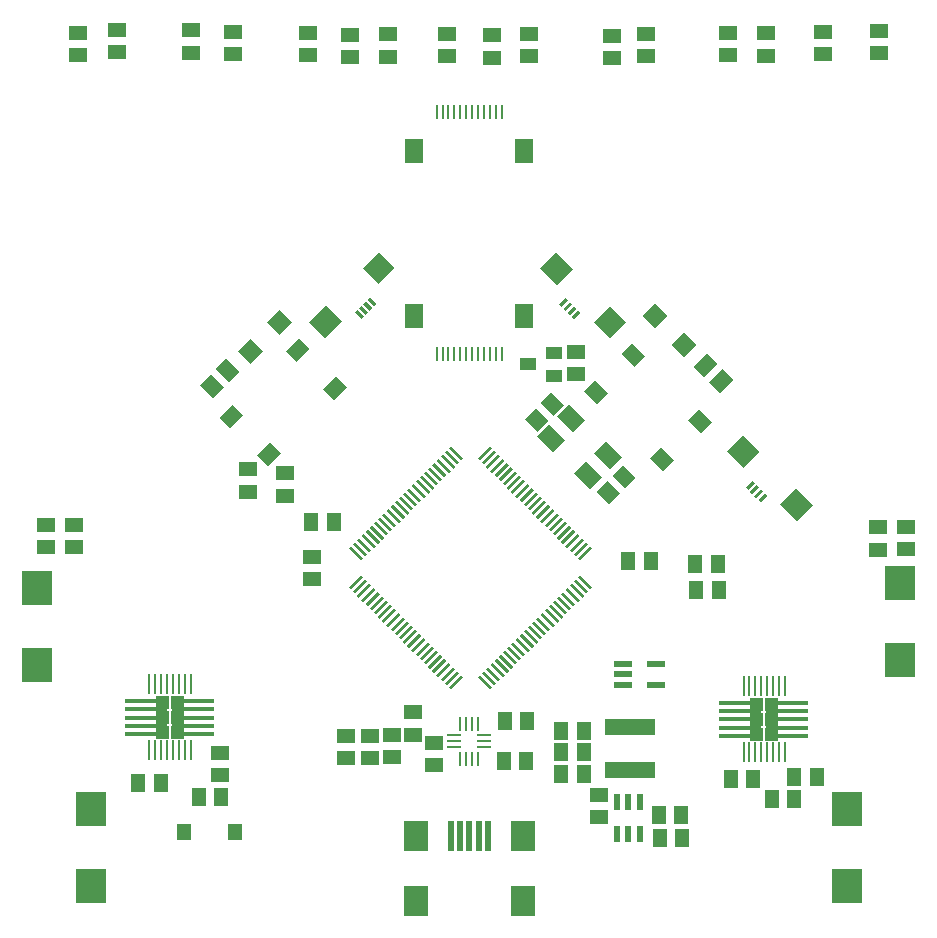
<source format=gbr>
G04 EAGLE Gerber RS-274X export*
G75*
%MOMM*%
%FSLAX34Y34*%
%LPD*%
%INSolderpaste Top*%
%IPPOS*%
%AMOC8*
5,1,8,0,0,1.08239X$1,22.5*%
G01*
%ADD10R,1.500000X1.300000*%
%ADD11R,1.300000X1.500000*%
%ADD12R,1.500000X1.500000*%
%ADD13R,1.900000X1.400000*%
%ADD14R,1.400000X1.000000*%
%ADD15R,1.600000X1.300000*%
%ADD16R,1.300000X1.600000*%
%ADD17R,1.550000X1.300000*%
%ADD18R,0.254000X1.473200*%
%ADD19R,0.254000X1.778000*%
%ADD20R,3.556000X0.304800*%
%ADD21R,0.550000X1.350000*%
%ADD22R,4.200000X1.400000*%
%ADD23R,0.250000X1.250000*%
%ADD24R,1.250000X0.250000*%
%ADD25R,1.500000X0.500000*%
%ADD26R,0.500000X2.500000*%
%ADD27R,2.000000X2.500000*%
%ADD28R,1.650000X2.050000*%
%ADD29R,0.300000X0.800000*%
%ADD30R,2.000000X1.900000*%
%ADD31R,2.500000X2.900000*%
%ADD32R,1.270000X1.470000*%

G36*
X245790Y177311D02*
X245790Y177311D01*
X245792Y177310D01*
X245835Y177330D01*
X245879Y177348D01*
X245879Y177350D01*
X245881Y177351D01*
X245914Y177436D01*
X245914Y188136D01*
X245913Y188138D01*
X245914Y188140D01*
X245894Y188183D01*
X245876Y188227D01*
X245874Y188227D01*
X245873Y188229D01*
X245788Y188262D01*
X235088Y188262D01*
X235086Y188261D01*
X235084Y188262D01*
X235041Y188242D01*
X234997Y188224D01*
X234997Y188222D01*
X234995Y188221D01*
X234962Y188136D01*
X234962Y177436D01*
X234963Y177434D01*
X234962Y177432D01*
X234982Y177389D01*
X235000Y177345D01*
X235002Y177345D01*
X235003Y177343D01*
X235088Y177310D01*
X245788Y177310D01*
X245790Y177311D01*
G37*
G36*
X258579Y177348D02*
X258579Y177348D01*
X258579Y177350D01*
X258581Y177351D01*
X258614Y177436D01*
X258614Y188136D01*
X258613Y188138D01*
X258614Y188140D01*
X258594Y188183D01*
X258576Y188227D01*
X258574Y188227D01*
X258573Y188229D01*
X258488Y188262D01*
X247788Y188262D01*
X247786Y188261D01*
X247784Y188262D01*
X247741Y188242D01*
X247697Y188224D01*
X247697Y188222D01*
X247695Y188221D01*
X247662Y188136D01*
X247662Y177436D01*
X247663Y177434D01*
X247662Y177432D01*
X247682Y177389D01*
X247700Y177345D01*
X247702Y177345D01*
X247703Y177343D01*
X247788Y177310D01*
X258488Y177310D01*
X258490Y177311D01*
X258492Y177310D01*
X258535Y177330D01*
X258579Y177348D01*
G37*
G36*
X748896Y175787D02*
X748896Y175787D01*
X748898Y175786D01*
X748941Y175806D01*
X748985Y175824D01*
X748985Y175826D01*
X748987Y175827D01*
X749020Y175912D01*
X749020Y186612D01*
X749019Y186614D01*
X749020Y186616D01*
X749000Y186659D01*
X748982Y186703D01*
X748980Y186703D01*
X748979Y186705D01*
X748894Y186738D01*
X738194Y186738D01*
X738192Y186737D01*
X738190Y186738D01*
X738147Y186718D01*
X738103Y186700D01*
X738103Y186698D01*
X738101Y186697D01*
X738068Y186612D01*
X738068Y175912D01*
X738069Y175910D01*
X738068Y175908D01*
X738088Y175865D01*
X738106Y175821D01*
X738108Y175821D01*
X738109Y175819D01*
X738194Y175786D01*
X748894Y175786D01*
X748896Y175787D01*
G37*
G36*
X761596Y175787D02*
X761596Y175787D01*
X761598Y175786D01*
X761641Y175806D01*
X761685Y175824D01*
X761685Y175826D01*
X761687Y175827D01*
X761720Y175912D01*
X761720Y186612D01*
X761719Y186614D01*
X761720Y186616D01*
X761700Y186659D01*
X761682Y186703D01*
X761680Y186703D01*
X761679Y186705D01*
X761594Y186738D01*
X750894Y186738D01*
X750892Y186737D01*
X750890Y186738D01*
X750847Y186718D01*
X750803Y186700D01*
X750803Y186698D01*
X750801Y186697D01*
X750768Y186612D01*
X750768Y175912D01*
X750769Y175910D01*
X750768Y175908D01*
X750788Y175865D01*
X750806Y175821D01*
X750808Y175821D01*
X750809Y175819D01*
X750894Y175786D01*
X761594Y175786D01*
X761596Y175787D01*
G37*
G36*
X258490Y164611D02*
X258490Y164611D01*
X258492Y164610D01*
X258535Y164630D01*
X258579Y164648D01*
X258579Y164650D01*
X258581Y164651D01*
X258614Y164736D01*
X258614Y175436D01*
X258613Y175438D01*
X258614Y175440D01*
X258594Y175483D01*
X258576Y175527D01*
X258574Y175527D01*
X258573Y175529D01*
X258488Y175562D01*
X247788Y175562D01*
X247786Y175561D01*
X247784Y175562D01*
X247741Y175542D01*
X247697Y175524D01*
X247697Y175522D01*
X247695Y175521D01*
X247662Y175436D01*
X247662Y164736D01*
X247663Y164734D01*
X247662Y164732D01*
X247682Y164689D01*
X247700Y164645D01*
X247702Y164645D01*
X247703Y164643D01*
X247788Y164610D01*
X258488Y164610D01*
X258490Y164611D01*
G37*
G36*
X245790Y164611D02*
X245790Y164611D01*
X245792Y164610D01*
X245835Y164630D01*
X245879Y164648D01*
X245879Y164650D01*
X245881Y164651D01*
X245914Y164736D01*
X245914Y175436D01*
X245913Y175438D01*
X245914Y175440D01*
X245894Y175483D01*
X245876Y175527D01*
X245874Y175527D01*
X245873Y175529D01*
X245788Y175562D01*
X235088Y175562D01*
X235086Y175561D01*
X235084Y175562D01*
X235041Y175542D01*
X234997Y175524D01*
X234997Y175522D01*
X234995Y175521D01*
X234962Y175436D01*
X234962Y164736D01*
X234963Y164734D01*
X234962Y164732D01*
X234982Y164689D01*
X235000Y164645D01*
X235002Y164645D01*
X235003Y164643D01*
X235088Y164610D01*
X245788Y164610D01*
X245790Y164611D01*
G37*
G36*
X761596Y163087D02*
X761596Y163087D01*
X761598Y163086D01*
X761641Y163106D01*
X761685Y163124D01*
X761685Y163126D01*
X761687Y163127D01*
X761720Y163212D01*
X761720Y173912D01*
X761719Y173914D01*
X761720Y173916D01*
X761700Y173959D01*
X761682Y174003D01*
X761680Y174003D01*
X761679Y174005D01*
X761594Y174038D01*
X750894Y174038D01*
X750892Y174037D01*
X750890Y174038D01*
X750847Y174018D01*
X750803Y174000D01*
X750803Y173998D01*
X750801Y173997D01*
X750768Y173912D01*
X750768Y163212D01*
X750769Y163210D01*
X750768Y163208D01*
X750788Y163165D01*
X750806Y163121D01*
X750808Y163121D01*
X750809Y163119D01*
X750894Y163086D01*
X761594Y163086D01*
X761596Y163087D01*
G37*
G36*
X748896Y163087D02*
X748896Y163087D01*
X748898Y163086D01*
X748941Y163106D01*
X748985Y163124D01*
X748985Y163126D01*
X748987Y163127D01*
X749020Y163212D01*
X749020Y173912D01*
X749019Y173914D01*
X749020Y173916D01*
X749000Y173959D01*
X748982Y174003D01*
X748980Y174003D01*
X748979Y174005D01*
X748894Y174038D01*
X738194Y174038D01*
X738192Y174037D01*
X738190Y174038D01*
X738147Y174018D01*
X738103Y174000D01*
X738103Y173998D01*
X738101Y173997D01*
X738068Y173912D01*
X738068Y163212D01*
X738069Y163210D01*
X738068Y163208D01*
X738088Y163165D01*
X738106Y163121D01*
X738108Y163121D01*
X738109Y163119D01*
X738194Y163086D01*
X748894Y163086D01*
X748896Y163087D01*
G37*
G36*
X245790Y151911D02*
X245790Y151911D01*
X245792Y151910D01*
X245835Y151930D01*
X245879Y151948D01*
X245879Y151950D01*
X245881Y151951D01*
X245914Y152036D01*
X245914Y162736D01*
X245913Y162738D01*
X245914Y162740D01*
X245894Y162783D01*
X245876Y162827D01*
X245874Y162827D01*
X245873Y162829D01*
X245788Y162862D01*
X235088Y162862D01*
X235086Y162861D01*
X235084Y162862D01*
X235041Y162842D01*
X234997Y162824D01*
X234997Y162822D01*
X234995Y162821D01*
X234962Y162736D01*
X234962Y152036D01*
X234963Y152034D01*
X234962Y152032D01*
X234982Y151989D01*
X235000Y151945D01*
X235002Y151945D01*
X235003Y151943D01*
X235088Y151910D01*
X245788Y151910D01*
X245790Y151911D01*
G37*
G36*
X258490Y151911D02*
X258490Y151911D01*
X258492Y151910D01*
X258535Y151930D01*
X258579Y151948D01*
X258579Y151950D01*
X258581Y151951D01*
X258614Y152036D01*
X258614Y162736D01*
X258613Y162738D01*
X258614Y162740D01*
X258594Y162783D01*
X258576Y162827D01*
X258574Y162827D01*
X258573Y162829D01*
X258488Y162862D01*
X247788Y162862D01*
X247786Y162861D01*
X247784Y162862D01*
X247741Y162842D01*
X247697Y162824D01*
X247697Y162822D01*
X247695Y162821D01*
X247662Y162736D01*
X247662Y152036D01*
X247663Y152034D01*
X247662Y152032D01*
X247682Y151989D01*
X247700Y151945D01*
X247702Y151945D01*
X247703Y151943D01*
X247788Y151910D01*
X258488Y151910D01*
X258490Y151911D01*
G37*
G36*
X748896Y150387D02*
X748896Y150387D01*
X748898Y150386D01*
X748941Y150406D01*
X748985Y150424D01*
X748985Y150426D01*
X748987Y150427D01*
X749020Y150512D01*
X749020Y161212D01*
X749019Y161214D01*
X749020Y161216D01*
X749000Y161259D01*
X748982Y161303D01*
X748980Y161303D01*
X748979Y161305D01*
X748894Y161338D01*
X738194Y161338D01*
X738192Y161337D01*
X738190Y161338D01*
X738147Y161318D01*
X738103Y161300D01*
X738103Y161298D01*
X738101Y161297D01*
X738068Y161212D01*
X738068Y150512D01*
X738069Y150510D01*
X738068Y150508D01*
X738088Y150465D01*
X738106Y150421D01*
X738108Y150421D01*
X738109Y150419D01*
X738194Y150386D01*
X748894Y150386D01*
X748896Y150387D01*
G37*
G36*
X761596Y150387D02*
X761596Y150387D01*
X761598Y150386D01*
X761641Y150406D01*
X761685Y150424D01*
X761685Y150426D01*
X761687Y150427D01*
X761720Y150512D01*
X761720Y161212D01*
X761719Y161214D01*
X761720Y161216D01*
X761700Y161259D01*
X761682Y161303D01*
X761680Y161303D01*
X761679Y161305D01*
X761594Y161338D01*
X750894Y161338D01*
X750892Y161337D01*
X750890Y161338D01*
X750847Y161318D01*
X750803Y161300D01*
X750803Y161298D01*
X750801Y161297D01*
X750768Y161212D01*
X750768Y150512D01*
X750769Y150510D01*
X750768Y150508D01*
X750788Y150465D01*
X750806Y150421D01*
X750808Y150421D01*
X750809Y150419D01*
X750894Y150386D01*
X761594Y150386D01*
X761596Y150387D01*
G37*
D10*
X435046Y136472D03*
X435046Y155472D03*
X452594Y174572D03*
X452594Y155572D03*
D11*
G36*
X566873Y421431D02*
X557681Y412239D01*
X547075Y422845D01*
X556267Y432037D01*
X566873Y421431D01*
G37*
G36*
X580309Y434867D02*
X571117Y425675D01*
X560511Y436281D01*
X569703Y445473D01*
X580309Y434867D01*
G37*
G36*
X621431Y374689D02*
X630623Y383881D01*
X641229Y373275D01*
X632037Y364083D01*
X621431Y374689D01*
G37*
G36*
X607995Y361253D02*
X617187Y370445D01*
X627793Y359839D01*
X618601Y350647D01*
X607995Y361253D01*
G37*
X366422Y335986D03*
X385422Y335986D03*
X711444Y278344D03*
X692444Y278344D03*
D10*
X343876Y376994D03*
X343876Y357994D03*
X470528Y148638D03*
X470528Y129638D03*
X416344Y135692D03*
X416344Y154692D03*
X366816Y287032D03*
X366816Y306032D03*
D11*
X634916Y302272D03*
X653916Y302272D03*
D12*
G36*
X667726Y510396D02*
X657120Y499790D01*
X646514Y510396D01*
X657120Y521002D01*
X667726Y510396D01*
G37*
G36*
X692474Y485648D02*
X681868Y475042D01*
X671262Y485648D01*
X681868Y496254D01*
X692474Y485648D01*
G37*
G36*
X339792Y494220D02*
X329186Y504826D01*
X339792Y515432D01*
X350398Y504826D01*
X339792Y494220D01*
G37*
G36*
X315044Y469472D02*
X304438Y480078D01*
X315044Y490684D01*
X325650Y480078D01*
X315044Y469472D01*
G37*
D13*
G36*
X571277Y394972D02*
X557843Y408406D01*
X567743Y418306D01*
X581177Y404872D01*
X571277Y394972D01*
G37*
G36*
X602390Y363859D02*
X588956Y377293D01*
X598856Y387193D01*
X612290Y373759D01*
X602390Y363859D01*
G37*
G36*
X619361Y380830D02*
X605927Y394264D01*
X615827Y404164D01*
X629261Y390730D01*
X619361Y380830D01*
G37*
G36*
X588248Y411943D02*
X574814Y425377D01*
X584714Y435277D01*
X598148Y421843D01*
X588248Y411943D01*
G37*
D14*
X549954Y469018D03*
X571954Y478518D03*
X571954Y459518D03*
D15*
X719136Y749842D03*
X719136Y730842D03*
X649800Y748998D03*
X649800Y729998D03*
X620990Y747246D03*
X620990Y728246D03*
D16*
X530384Y167010D03*
X549384Y167010D03*
X529232Y133178D03*
X548232Y133178D03*
D15*
X312624Y361196D03*
X312624Y380196D03*
X550552Y749148D03*
X550552Y730148D03*
X519288Y747594D03*
X519288Y728594D03*
X431012Y748650D03*
X431012Y729650D03*
X398950Y747942D03*
X398950Y728942D03*
X846848Y751444D03*
X846848Y732444D03*
X363890Y749948D03*
X363890Y730948D03*
X299948Y750896D03*
X299948Y731896D03*
X264888Y751846D03*
X264888Y732846D03*
X201548Y752194D03*
X201548Y733194D03*
X169188Y749748D03*
X169188Y730748D03*
X481408Y748892D03*
X481408Y729892D03*
D16*
G36*
X292415Y449518D02*
X283222Y440325D01*
X271909Y451638D01*
X281102Y460831D01*
X292415Y449518D01*
G37*
G36*
X305851Y462954D02*
X296658Y453761D01*
X285345Y465074D01*
X294538Y474267D01*
X305851Y462954D01*
G37*
G36*
X699244Y458057D02*
X690051Y467250D01*
X701364Y478563D01*
X710557Y469370D01*
X699244Y458057D01*
G37*
G36*
X712680Y444621D02*
X703487Y453814D01*
X714800Y465127D01*
X723993Y455934D01*
X712680Y444621D01*
G37*
D15*
X590164Y479788D03*
X590164Y460788D03*
X799750Y750896D03*
X799750Y731896D03*
X751052Y749346D03*
X751052Y730346D03*
D17*
G36*
X376537Y448467D02*
X387496Y459426D01*
X396689Y450233D01*
X385730Y439274D01*
X376537Y448467D01*
G37*
G36*
X320322Y392252D02*
X331281Y403211D01*
X340474Y394018D01*
X329515Y383059D01*
X320322Y392252D01*
G37*
G36*
X344718Y480286D02*
X355677Y491245D01*
X364870Y482052D01*
X353911Y471093D01*
X344718Y480286D01*
G37*
G36*
X288503Y424071D02*
X299462Y435030D01*
X308655Y425837D01*
X297696Y414878D01*
X288503Y424071D01*
G37*
D18*
G36*
X602479Y315161D02*
X604275Y313365D01*
X593859Y302949D01*
X592063Y304745D01*
X602479Y315161D01*
G37*
G36*
X599066Y318574D02*
X600862Y316778D01*
X590446Y306362D01*
X588650Y308158D01*
X599066Y318574D01*
G37*
G36*
X595474Y322166D02*
X597270Y320370D01*
X586854Y309954D01*
X585058Y311750D01*
X595474Y322166D01*
G37*
G36*
X591882Y325758D02*
X593678Y323962D01*
X583262Y313546D01*
X581466Y315342D01*
X591882Y325758D01*
G37*
G36*
X588290Y329350D02*
X590086Y327554D01*
X579670Y317138D01*
X577874Y318934D01*
X588290Y329350D01*
G37*
G36*
X584877Y332762D02*
X586673Y330966D01*
X576257Y320550D01*
X574461Y322346D01*
X584877Y332762D01*
G37*
G36*
X581285Y336355D02*
X583081Y334559D01*
X572665Y324143D01*
X570869Y325939D01*
X581285Y336355D01*
G37*
G36*
X577693Y339947D02*
X579489Y338151D01*
X569073Y327735D01*
X567277Y329531D01*
X577693Y339947D01*
G37*
G36*
X574281Y343359D02*
X576077Y341563D01*
X565661Y331147D01*
X563865Y332943D01*
X574281Y343359D01*
G37*
G36*
X570689Y346951D02*
X572485Y345155D01*
X562069Y334739D01*
X560273Y336535D01*
X570689Y346951D01*
G37*
G36*
X567097Y350543D02*
X568893Y348747D01*
X558477Y338331D01*
X556681Y340127D01*
X567097Y350543D01*
G37*
G36*
X563684Y353956D02*
X565480Y352160D01*
X555064Y341744D01*
X553268Y343540D01*
X563684Y353956D01*
G37*
G36*
X560092Y357548D02*
X561888Y355752D01*
X551472Y345336D01*
X549676Y347132D01*
X560092Y357548D01*
G37*
G36*
X556500Y361140D02*
X558296Y359344D01*
X547880Y348928D01*
X546084Y350724D01*
X556500Y361140D01*
G37*
G36*
X553087Y364553D02*
X554883Y362757D01*
X544467Y352341D01*
X542671Y354137D01*
X553087Y364553D01*
G37*
G36*
X549495Y368145D02*
X551291Y366349D01*
X540875Y355933D01*
X539079Y357729D01*
X549495Y368145D01*
G37*
G36*
X545903Y371737D02*
X547699Y369941D01*
X537283Y359525D01*
X535487Y361321D01*
X545903Y371737D01*
G37*
G36*
X542491Y375149D02*
X544287Y373353D01*
X533871Y362937D01*
X532075Y364733D01*
X542491Y375149D01*
G37*
G36*
X538899Y378741D02*
X540695Y376945D01*
X530279Y366529D01*
X528483Y368325D01*
X538899Y378741D01*
G37*
G36*
X535306Y382333D02*
X537102Y380537D01*
X526686Y370121D01*
X524890Y371917D01*
X535306Y382333D01*
G37*
G36*
X531894Y385746D02*
X533690Y383950D01*
X523274Y373534D01*
X521478Y375330D01*
X531894Y385746D01*
G37*
G36*
X528302Y389338D02*
X530098Y387542D01*
X519682Y377126D01*
X517886Y378922D01*
X528302Y389338D01*
G37*
G36*
X524710Y392930D02*
X526506Y391134D01*
X516090Y380718D01*
X514294Y382514D01*
X524710Y392930D01*
G37*
G36*
X521118Y396522D02*
X522914Y394726D01*
X512498Y384310D01*
X510702Y386106D01*
X521118Y396522D01*
G37*
G36*
X517705Y399935D02*
X519501Y398139D01*
X509085Y387723D01*
X507289Y389519D01*
X517705Y399935D01*
G37*
G36*
X495075Y389519D02*
X493279Y387723D01*
X482863Y398139D01*
X484659Y399935D01*
X495075Y389519D01*
G37*
G36*
X491662Y386106D02*
X489866Y384310D01*
X479450Y394726D01*
X481246Y396522D01*
X491662Y386106D01*
G37*
G36*
X488070Y382514D02*
X486274Y380718D01*
X475858Y391134D01*
X477654Y392930D01*
X488070Y382514D01*
G37*
G36*
X484478Y378922D02*
X482682Y377126D01*
X472266Y387542D01*
X474062Y389338D01*
X484478Y378922D01*
G37*
G36*
X480886Y375330D02*
X479090Y373534D01*
X468674Y383950D01*
X470470Y385746D01*
X480886Y375330D01*
G37*
G36*
X477474Y371917D02*
X475678Y370121D01*
X465262Y380537D01*
X467058Y382333D01*
X477474Y371917D01*
G37*
G36*
X473881Y368325D02*
X472085Y366529D01*
X461669Y376945D01*
X463465Y378741D01*
X473881Y368325D01*
G37*
G36*
X470289Y364733D02*
X468493Y362937D01*
X458077Y373353D01*
X459873Y375149D01*
X470289Y364733D01*
G37*
G36*
X466877Y361321D02*
X465081Y359525D01*
X454665Y369941D01*
X456461Y371737D01*
X466877Y361321D01*
G37*
G36*
X463285Y357729D02*
X461489Y355933D01*
X451073Y366349D01*
X452869Y368145D01*
X463285Y357729D01*
G37*
G36*
X459693Y354137D02*
X457897Y352341D01*
X447481Y362757D01*
X449277Y364553D01*
X459693Y354137D01*
G37*
G36*
X456280Y350724D02*
X454484Y348928D01*
X444068Y359344D01*
X445864Y361140D01*
X456280Y350724D01*
G37*
G36*
X452688Y347132D02*
X450892Y345336D01*
X440476Y355752D01*
X442272Y357548D01*
X452688Y347132D01*
G37*
G36*
X449096Y343540D02*
X447300Y341744D01*
X436884Y352160D01*
X438680Y353956D01*
X449096Y343540D01*
G37*
G36*
X445683Y340127D02*
X443887Y338331D01*
X433471Y348747D01*
X435267Y350543D01*
X445683Y340127D01*
G37*
G36*
X442091Y336535D02*
X440295Y334739D01*
X429879Y345155D01*
X431675Y346951D01*
X442091Y336535D01*
G37*
G36*
X438499Y332943D02*
X436703Y331147D01*
X426287Y341563D01*
X428083Y343359D01*
X438499Y332943D01*
G37*
G36*
X435087Y329531D02*
X433291Y327735D01*
X422875Y338151D01*
X424671Y339947D01*
X435087Y329531D01*
G37*
G36*
X431495Y325939D02*
X429699Y324143D01*
X419283Y334559D01*
X421079Y336355D01*
X431495Y325939D01*
G37*
G36*
X427903Y322346D02*
X426107Y320550D01*
X415691Y330966D01*
X417487Y332762D01*
X427903Y322346D01*
G37*
G36*
X424490Y318934D02*
X422694Y317138D01*
X412278Y327554D01*
X414074Y329350D01*
X424490Y318934D01*
G37*
G36*
X420898Y315342D02*
X419102Y313546D01*
X408686Y323962D01*
X410482Y325758D01*
X420898Y315342D01*
G37*
G36*
X417306Y311750D02*
X415510Y309954D01*
X405094Y320370D01*
X406890Y322166D01*
X417306Y311750D01*
G37*
G36*
X413714Y308158D02*
X411918Y306362D01*
X401502Y316778D01*
X403298Y318574D01*
X413714Y308158D01*
G37*
G36*
X410301Y304745D02*
X408505Y302949D01*
X398089Y313365D01*
X399885Y315161D01*
X410301Y304745D01*
G37*
G36*
X408505Y290735D02*
X410301Y288939D01*
X399885Y278523D01*
X398089Y280319D01*
X408505Y290735D01*
G37*
G36*
X411918Y287322D02*
X413714Y285526D01*
X403298Y275110D01*
X401502Y276906D01*
X411918Y287322D01*
G37*
G36*
X415510Y283730D02*
X417306Y281934D01*
X406890Y271518D01*
X405094Y273314D01*
X415510Y283730D01*
G37*
G36*
X419102Y280138D02*
X420898Y278342D01*
X410482Y267926D01*
X408686Y269722D01*
X419102Y280138D01*
G37*
G36*
X422694Y276546D02*
X424490Y274750D01*
X414074Y264334D01*
X412278Y266130D01*
X422694Y276546D01*
G37*
G36*
X426107Y273134D02*
X427903Y271338D01*
X417487Y260922D01*
X415691Y262718D01*
X426107Y273134D01*
G37*
G36*
X429699Y269541D02*
X431495Y267745D01*
X421079Y257329D01*
X419283Y259125D01*
X429699Y269541D01*
G37*
G36*
X433291Y265949D02*
X435087Y264153D01*
X424671Y253737D01*
X422875Y255533D01*
X433291Y265949D01*
G37*
G36*
X436703Y262537D02*
X438499Y260741D01*
X428083Y250325D01*
X426287Y252121D01*
X436703Y262537D01*
G37*
G36*
X440295Y258945D02*
X442091Y257149D01*
X431675Y246733D01*
X429879Y248529D01*
X440295Y258945D01*
G37*
G36*
X443887Y255353D02*
X445683Y253557D01*
X435267Y243141D01*
X433471Y244937D01*
X443887Y255353D01*
G37*
G36*
X447300Y251940D02*
X449096Y250144D01*
X438680Y239728D01*
X436884Y241524D01*
X447300Y251940D01*
G37*
G36*
X450892Y248348D02*
X452688Y246552D01*
X442272Y236136D01*
X440476Y237932D01*
X450892Y248348D01*
G37*
G36*
X454484Y244756D02*
X456280Y242960D01*
X445864Y232544D01*
X444068Y234340D01*
X454484Y244756D01*
G37*
G36*
X457897Y241343D02*
X459693Y239547D01*
X449277Y229131D01*
X447481Y230927D01*
X457897Y241343D01*
G37*
G36*
X461489Y237751D02*
X463285Y235955D01*
X452869Y225539D01*
X451073Y227335D01*
X461489Y237751D01*
G37*
G36*
X465081Y234159D02*
X466877Y232363D01*
X456461Y221947D01*
X454665Y223743D01*
X465081Y234159D01*
G37*
G36*
X468493Y230747D02*
X470289Y228951D01*
X459873Y218535D01*
X458077Y220331D01*
X468493Y230747D01*
G37*
G36*
X472085Y227155D02*
X473881Y225359D01*
X463465Y214943D01*
X461669Y216739D01*
X472085Y227155D01*
G37*
G36*
X475678Y223563D02*
X477474Y221767D01*
X467058Y211351D01*
X465262Y213147D01*
X475678Y223563D01*
G37*
G36*
X479090Y220150D02*
X480886Y218354D01*
X470470Y207938D01*
X468674Y209734D01*
X479090Y220150D01*
G37*
G36*
X482682Y216558D02*
X484478Y214762D01*
X474062Y204346D01*
X472266Y206142D01*
X482682Y216558D01*
G37*
G36*
X486274Y212966D02*
X488070Y211170D01*
X477654Y200754D01*
X475858Y202550D01*
X486274Y212966D01*
G37*
G36*
X489866Y209374D02*
X491662Y207578D01*
X481246Y197162D01*
X479450Y198958D01*
X489866Y209374D01*
G37*
G36*
X493279Y205961D02*
X495075Y204165D01*
X484659Y193749D01*
X482863Y195545D01*
X493279Y205961D01*
G37*
G36*
X519501Y195545D02*
X517705Y193749D01*
X507289Y204165D01*
X509085Y205961D01*
X519501Y195545D01*
G37*
G36*
X522914Y198958D02*
X521118Y197162D01*
X510702Y207578D01*
X512498Y209374D01*
X522914Y198958D01*
G37*
G36*
X526506Y202550D02*
X524710Y200754D01*
X514294Y211170D01*
X516090Y212966D01*
X526506Y202550D01*
G37*
G36*
X530098Y206142D02*
X528302Y204346D01*
X517886Y214762D01*
X519682Y216558D01*
X530098Y206142D01*
G37*
G36*
X533690Y209734D02*
X531894Y207938D01*
X521478Y218354D01*
X523274Y220150D01*
X533690Y209734D01*
G37*
G36*
X537102Y213147D02*
X535306Y211351D01*
X524890Y221767D01*
X526686Y223563D01*
X537102Y213147D01*
G37*
G36*
X540695Y216739D02*
X538899Y214943D01*
X528483Y225359D01*
X530279Y227155D01*
X540695Y216739D01*
G37*
G36*
X544287Y220331D02*
X542491Y218535D01*
X532075Y228951D01*
X533871Y230747D01*
X544287Y220331D01*
G37*
G36*
X547699Y223743D02*
X545903Y221947D01*
X535487Y232363D01*
X537283Y234159D01*
X547699Y223743D01*
G37*
G36*
X551291Y227335D02*
X549495Y225539D01*
X539079Y235955D01*
X540875Y237751D01*
X551291Y227335D01*
G37*
G36*
X554883Y230927D02*
X553087Y229131D01*
X542671Y239547D01*
X544467Y241343D01*
X554883Y230927D01*
G37*
G36*
X558296Y234340D02*
X556500Y232544D01*
X546084Y242960D01*
X547880Y244756D01*
X558296Y234340D01*
G37*
G36*
X561888Y237932D02*
X560092Y236136D01*
X549676Y246552D01*
X551472Y248348D01*
X561888Y237932D01*
G37*
G36*
X565480Y241524D02*
X563684Y239728D01*
X553268Y250144D01*
X555064Y251940D01*
X565480Y241524D01*
G37*
G36*
X568893Y244937D02*
X567097Y243141D01*
X556681Y253557D01*
X558477Y255353D01*
X568893Y244937D01*
G37*
G36*
X572485Y248529D02*
X570689Y246733D01*
X560273Y257149D01*
X562069Y258945D01*
X572485Y248529D01*
G37*
G36*
X576077Y252121D02*
X574281Y250325D01*
X563865Y260741D01*
X565661Y262537D01*
X576077Y252121D01*
G37*
G36*
X579489Y255533D02*
X577693Y253737D01*
X567277Y264153D01*
X569073Y265949D01*
X579489Y255533D01*
G37*
G36*
X583081Y259125D02*
X581285Y257329D01*
X570869Y267745D01*
X572665Y269541D01*
X583081Y259125D01*
G37*
G36*
X586673Y262718D02*
X584877Y260922D01*
X574461Y271338D01*
X576257Y273134D01*
X586673Y262718D01*
G37*
G36*
X590086Y266130D02*
X588290Y264334D01*
X577874Y274750D01*
X579670Y276546D01*
X590086Y266130D01*
G37*
G36*
X593678Y269722D02*
X591882Y267926D01*
X581466Y278342D01*
X583262Y280138D01*
X593678Y269722D01*
G37*
G36*
X597270Y273314D02*
X595474Y271518D01*
X585058Y281934D01*
X586854Y283730D01*
X597270Y273314D01*
G37*
G36*
X600862Y276906D02*
X599066Y275110D01*
X588650Y285526D01*
X590446Y287322D01*
X600862Y276906D01*
G37*
G36*
X604275Y280319D02*
X602479Y278523D01*
X592063Y288939D01*
X593859Y290735D01*
X604275Y280319D01*
G37*
D17*
G36*
X640017Y467081D02*
X629058Y478040D01*
X638251Y487233D01*
X649210Y476274D01*
X640017Y467081D01*
G37*
G36*
X696232Y410866D02*
X685273Y421825D01*
X694466Y431018D01*
X705425Y420059D01*
X696232Y410866D01*
G37*
G36*
X608198Y435262D02*
X597239Y446221D01*
X606432Y455414D01*
X617391Y444455D01*
X608198Y435262D01*
G37*
G36*
X664413Y379047D02*
X653454Y390006D01*
X662647Y399199D01*
X673606Y388240D01*
X664413Y379047D01*
G37*
D19*
X264288Y198666D03*
X259288Y198666D03*
X254288Y198666D03*
X249288Y198666D03*
X244288Y198666D03*
X239288Y198666D03*
X234288Y198666D03*
X229288Y198666D03*
D20*
X226208Y184086D03*
X226208Y177086D03*
X226208Y170086D03*
X226208Y163086D03*
X226208Y156086D03*
D19*
X229288Y142522D03*
X234288Y142522D03*
X239288Y142522D03*
X244288Y142522D03*
X249288Y142522D03*
X254288Y142522D03*
X259288Y142522D03*
X264288Y142522D03*
D20*
X266352Y156086D03*
X266352Y163086D03*
X266352Y170086D03*
X266352Y177086D03*
X266352Y184086D03*
D11*
X220044Y114780D03*
X239044Y114780D03*
D10*
X288952Y140282D03*
X288952Y121282D03*
D11*
X271324Y102588D03*
X290324Y102588D03*
D19*
X767394Y197142D03*
X762394Y197142D03*
X757394Y197142D03*
X752394Y197142D03*
X747394Y197142D03*
X742394Y197142D03*
X737394Y197142D03*
X732394Y197142D03*
D20*
X729314Y182562D03*
X729314Y175562D03*
X729314Y168562D03*
X729314Y161562D03*
X729314Y154562D03*
D19*
X732394Y140998D03*
X737394Y140998D03*
X742394Y140998D03*
X747394Y140998D03*
X752394Y140998D03*
X757394Y140998D03*
X762394Y140998D03*
X767394Y140998D03*
D20*
X769458Y154562D03*
X769458Y161562D03*
X769458Y168562D03*
X769458Y175562D03*
X769458Y182562D03*
D11*
X721606Y118356D03*
X740606Y118356D03*
X794446Y119540D03*
X775446Y119540D03*
X756478Y101374D03*
X775478Y101374D03*
D15*
X142048Y333204D03*
X142048Y314204D03*
X165440Y333204D03*
X165440Y314204D03*
X846464Y330996D03*
X846464Y311996D03*
X869512Y331716D03*
X869512Y312716D03*
D21*
X625340Y71097D03*
X634840Y71097D03*
X644340Y71097D03*
X644340Y98599D03*
X634840Y98599D03*
X625340Y98599D03*
D10*
X610096Y104844D03*
X610096Y85844D03*
D11*
X680556Y67912D03*
X661556Y67912D03*
X679564Y87536D03*
X660564Y87536D03*
X577908Y122416D03*
X596908Y122416D03*
X577908Y158992D03*
X596908Y158992D03*
X577908Y140704D03*
X596908Y140704D03*
D22*
X636448Y125484D03*
X636448Y162484D03*
D23*
X507500Y165000D03*
X502500Y165000D03*
X497500Y165000D03*
X492500Y165000D03*
D24*
X487500Y155000D03*
X487500Y150000D03*
X487500Y145000D03*
D23*
X492500Y135000D03*
X497500Y135000D03*
X502500Y135000D03*
X507500Y135000D03*
D24*
X512500Y145000D03*
X512500Y150000D03*
X512500Y155000D03*
D25*
X630460Y215808D03*
X630460Y206808D03*
X630460Y197808D03*
X658460Y197808D03*
X658460Y215808D03*
D11*
X710660Y299832D03*
X691660Y299832D03*
D26*
X500288Y69848D03*
X492288Y69848D03*
X516288Y69848D03*
X508288Y69848D03*
D27*
X545288Y14848D03*
X455288Y14848D03*
X545288Y69848D03*
X455288Y69848D03*
D26*
X484288Y69848D03*
D23*
X527500Y477500D03*
X522500Y477500D03*
X517500Y477500D03*
X512500Y477500D03*
X507500Y477500D03*
X502500Y477500D03*
X497500Y477500D03*
X492500Y477500D03*
X487500Y477500D03*
X482500Y477500D03*
X477500Y477500D03*
X472500Y477500D03*
D28*
X453500Y510000D03*
X546500Y510000D03*
D23*
X472500Y682604D03*
X477500Y682604D03*
X482500Y682604D03*
X487500Y682604D03*
X492500Y682604D03*
X497500Y682604D03*
X502500Y682604D03*
X507500Y682604D03*
X512500Y682604D03*
X517500Y682604D03*
X522500Y682604D03*
X527500Y682604D03*
D28*
X546500Y650104D03*
X453500Y650104D03*
D29*
G36*
X592465Y514932D02*
X594587Y512810D01*
X588931Y507154D01*
X586809Y509276D01*
X592465Y514932D01*
G37*
G36*
X588929Y518468D02*
X591051Y516346D01*
X585395Y510690D01*
X583273Y512812D01*
X588929Y518468D01*
G37*
G36*
X585394Y522003D02*
X587516Y519881D01*
X581860Y514225D01*
X579738Y516347D01*
X585394Y522003D01*
G37*
G36*
X581858Y525539D02*
X583980Y523417D01*
X578324Y517761D01*
X576202Y519883D01*
X581858Y525539D01*
G37*
D30*
G36*
X574434Y536499D02*
X560293Y550640D01*
X573728Y564075D01*
X587869Y549934D01*
X574434Y536499D01*
G37*
G36*
X618982Y518821D02*
X633123Y504680D01*
X619688Y491245D01*
X605547Y505386D01*
X618982Y518821D01*
G37*
D29*
G36*
X413748Y523801D02*
X415870Y525923D01*
X421526Y520267D01*
X419404Y518145D01*
X413748Y523801D01*
G37*
G36*
X410212Y520265D02*
X412334Y522387D01*
X417990Y516731D01*
X415868Y514609D01*
X410212Y520265D01*
G37*
G36*
X406677Y516730D02*
X408799Y518852D01*
X414455Y513196D01*
X412333Y511074D01*
X406677Y516730D01*
G37*
G36*
X403141Y513194D02*
X405263Y515316D01*
X410919Y509660D01*
X408797Y507538D01*
X403141Y513194D01*
G37*
D30*
G36*
X392181Y505770D02*
X378040Y491629D01*
X364605Y505064D01*
X378746Y519205D01*
X392181Y505770D01*
G37*
G36*
X409859Y550318D02*
X424000Y564459D01*
X437435Y551024D01*
X423294Y536883D01*
X409859Y550318D01*
G37*
D29*
G36*
X750329Y360052D02*
X752451Y357930D01*
X746795Y352274D01*
X744673Y354396D01*
X750329Y360052D01*
G37*
G36*
X746793Y363588D02*
X748915Y361466D01*
X743259Y355810D01*
X741137Y357932D01*
X746793Y363588D01*
G37*
G36*
X743258Y367123D02*
X745380Y365001D01*
X739724Y359345D01*
X737602Y361467D01*
X743258Y367123D01*
G37*
G36*
X739722Y370659D02*
X741844Y368537D01*
X736188Y362881D01*
X734066Y365003D01*
X739722Y370659D01*
G37*
D30*
G36*
X732298Y381619D02*
X718157Y395760D01*
X731592Y409195D01*
X745733Y395054D01*
X732298Y381619D01*
G37*
G36*
X776846Y363941D02*
X790987Y349800D01*
X777552Y336365D01*
X763411Y350506D01*
X776846Y363941D01*
G37*
D31*
X134240Y279556D03*
X134240Y214556D03*
X864904Y283716D03*
X864904Y218716D03*
X180000Y92500D03*
X180000Y27500D03*
X820000Y92500D03*
X820000Y27500D03*
D15*
X395928Y135716D03*
X395928Y154716D03*
D32*
X301916Y73152D03*
X258916Y73152D03*
M02*

</source>
